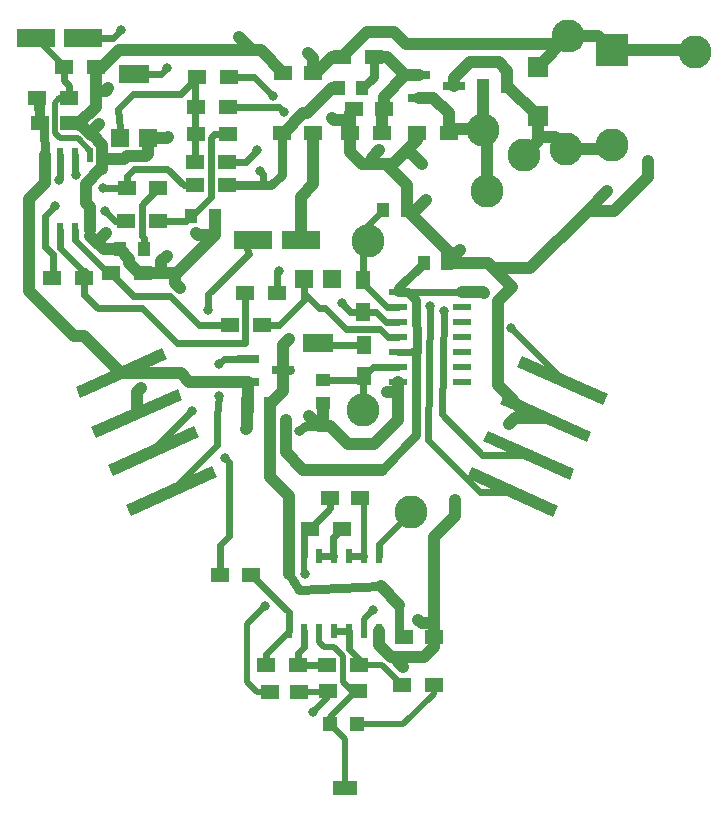
<source format=gbr>
G04 #@! TF.GenerationSoftware,KiCad,Pcbnew,no-vcs-found*
G04 #@! TF.CreationDate,2018-07-24T12:14:50+02:00*
G04 #@! TF.ProjectId,mycelium_pcb_radio,6D7963656C69756D5F7063625F726164,rev?*
G04 #@! TF.SameCoordinates,Original
G04 #@! TF.FileFunction,Copper,L1,Top,Signal*
G04 #@! TF.FilePolarity,Positive*
%FSLAX46Y46*%
G04 Gerber Fmt 4.6, Leading zero omitted, Abs format (unit mm)*
G04 Created by KiCad (PCBNEW no-vcs-found) date Tue Jul 24 12:14:50 2018*
%MOMM*%
%LPD*%
G01*
G04 APERTURE LIST*
%ADD10R,1.000000X1.250000*%
%ADD11C,2.800000*%
%ADD12R,2.600000X1.600000*%
%ADD13R,1.600000X1.600000*%
%ADD14R,2.800000X2.800000*%
%ADD15C,1.000000*%
%ADD16C,0.050000*%
%ADD17R,1.500000X1.250000*%
%ADD18R,1.500000X0.600000*%
%ADD19R,2.000000X1.300000*%
%ADD20R,1.300000X1.300000*%
%ADD21R,3.200000X1.500000*%
%ADD22R,1.800000X1.800000*%
%ADD23R,1.250000X1.000000*%
%ADD24R,1.500000X1.300000*%
%ADD25R,1.900000X0.800000*%
%ADD26R,1.300000X1.500000*%
%ADD27R,0.508000X1.143000*%
%ADD28C,0.800000*%
%ADD29C,1.000000*%
%ADD30C,0.800000*%
%ADD31C,0.600000*%
%ADD32C,0.550000*%
G04 APERTURE END LIST*
D10*
X224456500Y-75628500D03*
X222456500Y-75628500D03*
D11*
X260388100Y-45834300D03*
X232321100Y-76136500D03*
X232752900Y-61874400D03*
D12*
X228485700Y-70475000D03*
D13*
X227285700Y-65075000D03*
X229685700Y-65075000D03*
D12*
X212940900Y-47749300D03*
D13*
X214140900Y-53149300D03*
X211740900Y-53149300D03*
D11*
X249542300Y-54025800D03*
X249707400Y-44500800D03*
D14*
X253403100Y-45720000D03*
D11*
X253403100Y-53720000D03*
D15*
X249224800Y-73672700D03*
D16*
G36*
X252675614Y-75756419D02*
X245367250Y-72502526D01*
X245773986Y-71588981D01*
X253082350Y-74842874D01*
X252675614Y-75756419D01*
X252675614Y-75756419D01*
G37*
D17*
X204959900Y-51879500D03*
X207459900Y-51879500D03*
D18*
X240710700Y-66141600D03*
X240710700Y-67411600D03*
X240710700Y-68681600D03*
X240710700Y-69951600D03*
X240710700Y-71221600D03*
X240710700Y-72491600D03*
X240710700Y-73761600D03*
X235310700Y-73761600D03*
X235310700Y-72491600D03*
X235310700Y-71221600D03*
X235310700Y-69951600D03*
X235310700Y-68681600D03*
X235310700Y-67411600D03*
X235310700Y-66141600D03*
D19*
X230833600Y-108155900D03*
D20*
X229533600Y-102755900D03*
X231833600Y-102755900D03*
D17*
X225559300Y-47586900D03*
X228059300Y-47586900D03*
D21*
X208654400Y-44653200D03*
X204654400Y-44653200D03*
D17*
X234079100Y-50647600D03*
X231579100Y-50647600D03*
D22*
X247129300Y-47150200D03*
X247129300Y-51300200D03*
D10*
X242497100Y-48717200D03*
X244497100Y-48717200D03*
X237467900Y-63703200D03*
X239467900Y-63703200D03*
X236038900Y-59207400D03*
X234038900Y-59207400D03*
D23*
X228942900Y-75599800D03*
X228942900Y-73599800D03*
D10*
X211750400Y-62560200D03*
X213750400Y-62560200D03*
X217770200Y-59740800D03*
X219770200Y-59740800D03*
X230254300Y-48933100D03*
X232254300Y-48933100D03*
D21*
X223031300Y-61747400D03*
X227031300Y-61747400D03*
D17*
X229369300Y-99974400D03*
X231869300Y-99974400D03*
X224416300Y-100025200D03*
X226916300Y-100025200D03*
X238308200Y-95364300D03*
X235808200Y-95364300D03*
X229534400Y-83591400D03*
X232034400Y-83591400D03*
D11*
X245973600Y-54559200D03*
X242443000Y-52489100D03*
X242798600Y-57607200D03*
D15*
X211836000Y-73025000D03*
D16*
G36*
X215693550Y-71854826D02*
X208385186Y-75108719D01*
X207978450Y-74195174D01*
X215286814Y-70941281D01*
X215693550Y-71854826D01*
X215693550Y-71854826D01*
G37*
D15*
X213169500Y-76454000D03*
D16*
G36*
X217027050Y-75283826D02*
X209718686Y-78537719D01*
X209311950Y-77624174D01*
X216620314Y-74370281D01*
X217027050Y-75283826D01*
X217027050Y-75283826D01*
G37*
D15*
X214579200Y-79629000D03*
D16*
G36*
X218436750Y-78458826D02*
X211128386Y-81712719D01*
X210721650Y-80799174D01*
X218030014Y-77545281D01*
X218436750Y-78458826D01*
X218436750Y-78458826D01*
G37*
D15*
X246354600Y-79984600D03*
D16*
G36*
X249805414Y-82068319D02*
X242497050Y-78814426D01*
X242903786Y-77900881D01*
X250212150Y-81154774D01*
X249805414Y-82068319D01*
X249805414Y-82068319D01*
G37*
D11*
X236372400Y-84823300D03*
D15*
X216103200Y-83019900D03*
D16*
G36*
X219960750Y-81849726D02*
X212652386Y-85103619D01*
X212245650Y-84190074D01*
X219554014Y-80936181D01*
X219960750Y-81849726D01*
X219960750Y-81849726D01*
G37*
D15*
X247802400Y-76822300D03*
D16*
G36*
X251253214Y-78906019D02*
X243944850Y-75652126D01*
X244351586Y-74738581D01*
X251659950Y-77992474D01*
X251253214Y-78906019D01*
X251253214Y-78906019D01*
G37*
D15*
X244957600Y-83108800D03*
D16*
G36*
X248408414Y-85192519D02*
X241100050Y-81938626D01*
X241506786Y-81025081D01*
X248815150Y-84278974D01*
X248408414Y-85192519D01*
X248408414Y-85192519D01*
G37*
D24*
X220831400Y-55130700D03*
X218131400Y-55130700D03*
X220971100Y-47993300D03*
X218271100Y-47993300D03*
X218169500Y-52806600D03*
X220869500Y-52806600D03*
X220920300Y-50507900D03*
X218220300Y-50507900D03*
X225421200Y-52730400D03*
X228121200Y-52730400D03*
D25*
X240018700Y-48768000D03*
X237018700Y-49718000D03*
X237018700Y-47818000D03*
X222578800Y-71859100D03*
X222578800Y-73759100D03*
X225578800Y-72809100D03*
D24*
X204758300Y-49771300D03*
X207458300Y-49771300D03*
X207018900Y-47129700D03*
X209718900Y-47129700D03*
X218131400Y-57111900D03*
X220831400Y-57111900D03*
X230526600Y-46253400D03*
X233226600Y-46253400D03*
X231212400Y-52743100D03*
X233912400Y-52743100D03*
X239589300Y-52666900D03*
X236889300Y-52666900D03*
D26*
X232295700Y-67834500D03*
X232295700Y-65134500D03*
X232371900Y-73320900D03*
X232371900Y-70620900D03*
D24*
X222335100Y-66268600D03*
X225035100Y-66268600D03*
X223777800Y-68922900D03*
X221077800Y-68922900D03*
X210981300Y-64579500D03*
X213681300Y-64579500D03*
X208690200Y-64998600D03*
X205990200Y-64998600D03*
X215002100Y-57353200D03*
X212302100Y-57353200D03*
X212264000Y-60185300D03*
X214964000Y-60185300D03*
X220176100Y-90144600D03*
X222876100Y-90144600D03*
X224100400Y-97751900D03*
X226800400Y-97751900D03*
X231994700Y-97739200D03*
X229294700Y-97739200D03*
X238293900Y-99441000D03*
X235593900Y-99441000D03*
X230508800Y-86220300D03*
X227808800Y-86220300D03*
D27*
X205397100Y-54610000D03*
X206667100Y-54610000D03*
X207937100Y-54610000D03*
X209207100Y-54610000D03*
X209207100Y-60960000D03*
X207937100Y-60960000D03*
X206667100Y-60960000D03*
X205397100Y-60960000D03*
X226034600Y-94894400D03*
X227304600Y-94894400D03*
X228574600Y-94894400D03*
X229844600Y-94894400D03*
X231114600Y-94894400D03*
X232384600Y-94894400D03*
X233654600Y-94894400D03*
X233654600Y-88544400D03*
X232384600Y-88544400D03*
X229844600Y-88544400D03*
X228574600Y-88544400D03*
X227304600Y-88544400D03*
X226034600Y-88544400D03*
X231114600Y-88544400D03*
D28*
X256438400Y-55118000D03*
X253009400Y-57607200D03*
X237007400Y-93954600D03*
X210769200Y-48920400D03*
X237655100Y-58394600D03*
X235699300Y-97878900D03*
X240538000Y-62611000D03*
X234391200Y-74599800D03*
X227761800Y-76695300D03*
X218160600Y-61163200D03*
X215696800Y-63093600D03*
X210527900Y-61163200D03*
X215811100Y-53035200D03*
X209969100Y-51943000D03*
X221792800Y-44589700D03*
X229666800Y-51435000D03*
X233667300Y-54178200D03*
X237337600Y-55346600D03*
X226923600Y-77952600D03*
X240106200Y-83820000D03*
X244640100Y-77343000D03*
X216789000Y-65798700D03*
X213512400Y-74295000D03*
X226034600Y-70180200D03*
X227622100Y-45948600D03*
X215747600Y-47218600D03*
X211836000Y-43980100D03*
X225780600Y-77038200D03*
X222389700Y-77762100D03*
X244830600Y-69189600D03*
X242582700Y-66217800D03*
X223608900Y-55930800D03*
X206578200Y-56692800D03*
X220611700Y-80238600D03*
X219189300Y-67703700D03*
X233184700Y-93091000D03*
X228104700Y-101701600D03*
X227380800Y-90017600D03*
X224053400Y-92735400D03*
X217817700Y-76238100D03*
X223380300Y-54178200D03*
X225666300Y-50939700D03*
X239204500Y-67741800D03*
X220103700Y-74980800D03*
X220141800Y-72275700D03*
X224675700Y-49555400D03*
X238023400Y-67386200D03*
X207987900Y-56235600D03*
X210273900Y-57340500D03*
X225209100Y-64427100D03*
X230505000Y-67132200D03*
X206222600Y-58902600D03*
X210477100Y-59321700D03*
D29*
X251345700Y-59270900D02*
X253568200Y-59270900D01*
X256438400Y-56400700D02*
X256438400Y-55118000D01*
X253568200Y-59270900D02*
X256438400Y-56400700D01*
X243300250Y-64115950D02*
X246500650Y-64115950D01*
X246500650Y-64115950D02*
X251345700Y-59270900D01*
X251345700Y-59270900D02*
X253009400Y-57607200D01*
X238308200Y-94221300D02*
X237274100Y-94221300D01*
X237274100Y-94221300D02*
X237007400Y-93954600D01*
X238308200Y-95364300D02*
X238308200Y-95141100D01*
X209718900Y-49110900D02*
X210578700Y-49110900D01*
X210578700Y-49110900D02*
X210769200Y-48920400D01*
X236038900Y-59207400D02*
X236842300Y-59207400D01*
X236842300Y-59207400D02*
X237655100Y-58394600D01*
X235305600Y-97078800D02*
X235305600Y-97485200D01*
X235305600Y-97485200D02*
X235699300Y-97878900D01*
X238308200Y-95364300D02*
X238277400Y-95364300D01*
X236038900Y-59207400D02*
X236334300Y-59207400D01*
X239467900Y-62865000D02*
X240284000Y-62865000D01*
X240284000Y-62865000D02*
X240538000Y-62611000D01*
X235310700Y-74625200D02*
X234416600Y-74625200D01*
X234416600Y-74625200D02*
X234391200Y-74599800D01*
X228942900Y-77508100D02*
X228574600Y-77508100D01*
X228574600Y-77508100D02*
X227761800Y-76695300D01*
X219770200Y-61353700D02*
X218351100Y-61353700D01*
X218351100Y-61353700D02*
X218160600Y-61163200D01*
X215226900Y-64579500D02*
X215226900Y-63563500D01*
X215226900Y-63563500D02*
X215696800Y-63093600D01*
X209626200Y-61810900D02*
X209880200Y-61810900D01*
X209880200Y-61810900D02*
X210527900Y-61163200D01*
X214140900Y-53149300D02*
X215697000Y-53149300D01*
X215697000Y-53149300D02*
X215811100Y-53035200D01*
X209359500Y-52901850D02*
X209359500Y-52552600D01*
X209359500Y-52552600D02*
X209969100Y-51943000D01*
X213681300Y-64579500D02*
X213347300Y-64579500D01*
X213347300Y-64579500D02*
X212661500Y-63893700D01*
X212547200Y-63357000D02*
X211750400Y-62560200D01*
X212547200Y-63728600D02*
X212547200Y-63357000D01*
X212712300Y-63893700D02*
X212547200Y-63728600D01*
X212661500Y-63893700D02*
X212712300Y-63893700D01*
X210235800Y-54902100D02*
X212115400Y-54902100D01*
X214140900Y-54489500D02*
X214140900Y-53149300D01*
X213956900Y-54673500D02*
X214140900Y-54489500D01*
X212344000Y-54673500D02*
X213956900Y-54673500D01*
X212115400Y-54902100D02*
X212344000Y-54673500D01*
X209207100Y-60960000D02*
X209207100Y-58940700D01*
X210083400Y-55778400D02*
X210235800Y-55778400D01*
X208864200Y-56997600D02*
X210083400Y-55778400D01*
X208864200Y-58597800D02*
X208864200Y-56997600D01*
X209207100Y-58940700D02*
X208864200Y-58597800D01*
X209454750Y-52901850D02*
X209359500Y-52901850D01*
X209359500Y-52901850D02*
X209327750Y-52901850D01*
X209327750Y-52901850D02*
X208305400Y-51879500D01*
X207459900Y-51879500D02*
X208305400Y-51879500D01*
X209718900Y-50466000D02*
X209718900Y-49110900D01*
X208305400Y-51879500D02*
X209718900Y-50466000D01*
X222732600Y-45707300D02*
X222732600Y-45529500D01*
X222732600Y-45529500D02*
X221792800Y-44589700D01*
X231212400Y-51625500D02*
X229857300Y-51625500D01*
X229857300Y-51625500D02*
X229666800Y-51435000D01*
X233057700Y-55333900D02*
X233057700Y-54787800D01*
X233057700Y-54787800D02*
X233667300Y-54178200D01*
X235756450Y-54425850D02*
X236416850Y-54425850D01*
X236416850Y-54425850D02*
X237337600Y-55346600D01*
X228942900Y-77508100D02*
X229552500Y-77508100D01*
X235310700Y-77007700D02*
X235310700Y-74625200D01*
X235310700Y-74625200D02*
X235310700Y-73761600D01*
X233273600Y-79044800D02*
X235310700Y-77007700D01*
X231089200Y-79044800D02*
X233273600Y-79044800D01*
X229552500Y-77508100D02*
X231089200Y-79044800D01*
X209718900Y-47129700D02*
X210261200Y-47129700D01*
X210261200Y-47129700D02*
X211683600Y-45707300D01*
X223679700Y-45707300D02*
X225559300Y-47586900D01*
X211683600Y-45707300D02*
X222732600Y-45707300D01*
X222732600Y-45707300D02*
X223679700Y-45707300D01*
X236038900Y-59207400D02*
X236038900Y-57108600D01*
X236038900Y-57108600D02*
X234264200Y-55333900D01*
X232257600Y-55333900D02*
X233057700Y-55333900D01*
X233057700Y-55333900D02*
X234264200Y-55333900D01*
X232257600Y-55333900D02*
X231212400Y-54288700D01*
X231212400Y-54288700D02*
X231212400Y-52743100D01*
X234264200Y-55333900D02*
X234848400Y-55333900D01*
X234848400Y-55333900D02*
X235756450Y-54425850D01*
X235756450Y-54425850D02*
X236889300Y-53293000D01*
X236889300Y-53293000D02*
X236889300Y-52666900D01*
X231212400Y-52743100D02*
X231212400Y-51625500D01*
X231212400Y-51625500D02*
X231212400Y-51014300D01*
X231212400Y-51014300D02*
X231579100Y-50647600D01*
D30*
X228942900Y-77508100D02*
X227368100Y-77508100D01*
X227368100Y-77508100D02*
X226923600Y-77952600D01*
D29*
X239467900Y-63703200D02*
X239467900Y-62865000D01*
X239467900Y-62865000D02*
X239467900Y-62636400D01*
X239467900Y-62636400D02*
X236038900Y-59207400D01*
X228942900Y-77508100D02*
X228942900Y-75599800D01*
X238308200Y-95364300D02*
X238308200Y-94221300D01*
X238308200Y-94221300D02*
X238308200Y-86951500D01*
X238308200Y-86951500D02*
X240106200Y-85153500D01*
X240106200Y-85153500D02*
X240106200Y-83820000D01*
X245160800Y-76822300D02*
X247802400Y-76822300D01*
X244640100Y-77343000D02*
X245160800Y-76822300D01*
X233654600Y-94894400D02*
X233654600Y-96075500D01*
X233654600Y-96075500D02*
X234657900Y-97078800D01*
X234657900Y-97078800D02*
X235305600Y-97078800D01*
X235305600Y-97078800D02*
X237477300Y-97078800D01*
X237477300Y-97078800D02*
X238308200Y-96247900D01*
X238308200Y-96247900D02*
X238308200Y-95364300D01*
X247802400Y-76822300D02*
X246481600Y-76822300D01*
X243725700Y-66903600D02*
X244906800Y-65722500D01*
X243725700Y-74066400D02*
X243725700Y-66903600D01*
X246481600Y-76822300D02*
X243725700Y-74066400D01*
X239467900Y-63703200D02*
X242887500Y-63703200D01*
X242887500Y-63703200D02*
X243300250Y-64115950D01*
X243300250Y-64115950D02*
X244906800Y-65722500D01*
X216408000Y-64579500D02*
X216408000Y-65417700D01*
X216408000Y-65417700D02*
X216789000Y-65798700D01*
X213169500Y-74637900D02*
X213169500Y-76454000D01*
X213512400Y-74295000D02*
X213169500Y-74637900D01*
X213681300Y-64579500D02*
X215226900Y-64579500D01*
X215226900Y-64579500D02*
X216408000Y-64579500D01*
D31*
X216408000Y-64579500D02*
X216547700Y-64579500D01*
D29*
X219770200Y-61357000D02*
X219770200Y-61353700D01*
X219770200Y-61353700D02*
X219770200Y-59740800D01*
X216547700Y-64579500D02*
X219770200Y-61357000D01*
X209718900Y-47129700D02*
X209718900Y-49110900D01*
D31*
X213681300Y-64579500D02*
X213681300Y-64491100D01*
X209207100Y-60960000D02*
X209207100Y-61391800D01*
D29*
X209207100Y-61391800D02*
X209626200Y-61810900D01*
X209626200Y-61810900D02*
X210375500Y-62560200D01*
X210375500Y-62560200D02*
X211750400Y-62560200D01*
D31*
X211750400Y-62560200D02*
X211861400Y-62671200D01*
X207459900Y-51879500D02*
X209207100Y-52654200D01*
D29*
X209207100Y-52654200D02*
X209454750Y-52901850D01*
X209454750Y-52901850D02*
X210235800Y-53682900D01*
X210235800Y-53682900D02*
X210235800Y-54902100D01*
X210235800Y-54902100D02*
X210235800Y-55778400D01*
X226034600Y-88544400D02*
X226034600Y-83439000D01*
X226034600Y-83439000D02*
X224456500Y-81860900D01*
X224456500Y-81860900D02*
X224456500Y-75628500D01*
X224456500Y-75628500D02*
X224485200Y-75628500D01*
X224485200Y-75628500D02*
X225578800Y-74534900D01*
X225578800Y-74534900D02*
X225578800Y-72809100D01*
X253403100Y-45720000D02*
X260273800Y-45720000D01*
X260273800Y-45720000D02*
X260388100Y-45834300D01*
X225578800Y-70636000D02*
X226034600Y-70180200D01*
X225578800Y-72809100D02*
X225578800Y-70636000D01*
X228059300Y-46385800D02*
X228059300Y-47586900D01*
X227622100Y-45948600D02*
X228059300Y-46385800D01*
X228059300Y-47586900D02*
X228371400Y-47586900D01*
X228371400Y-47586900D02*
X229704900Y-46253400D01*
X229704900Y-46253400D02*
X230526600Y-46253400D01*
X249707400Y-44500800D02*
X252183900Y-44500800D01*
X252183900Y-44500800D02*
X253390400Y-45707300D01*
D30*
X247129300Y-47150200D02*
X247129300Y-47078900D01*
D29*
X247129300Y-47078900D02*
X249707400Y-44500800D01*
X250367800Y-45161200D02*
X235966000Y-45161200D01*
X232622100Y-44157900D02*
X230526600Y-46253400D01*
X234962700Y-44157900D02*
X232622100Y-44157900D01*
X235966000Y-45161200D02*
X234962700Y-44157900D01*
D30*
X226123500Y-72809100D02*
X225578800Y-72809100D01*
D31*
X208654400Y-44653200D02*
X211162900Y-44653200D01*
X215216900Y-47749300D02*
X212940900Y-47749300D01*
X215747600Y-47218600D02*
X215216900Y-47749300D01*
X211162900Y-44653200D02*
X211836000Y-43980100D01*
X207458300Y-49771300D02*
X207458300Y-48695600D01*
X207018900Y-48256200D02*
X207018900Y-47017700D01*
X207458300Y-48695600D02*
X207018900Y-48256200D01*
X207018900Y-47017700D02*
X204654400Y-44653200D01*
D32*
X209207100Y-54610000D02*
X209207100Y-54190900D01*
X209207100Y-54190900D02*
X208178400Y-53162200D01*
X208178400Y-53162200D02*
X206679800Y-53162200D01*
X206679800Y-53162200D02*
X206222600Y-52705000D01*
X206222600Y-52705000D02*
X206222600Y-50139600D01*
X206222600Y-50139600D02*
X206590900Y-49771300D01*
X206590900Y-49771300D02*
X207458300Y-49771300D01*
D31*
X207458300Y-49771300D02*
X207458300Y-49406800D01*
D29*
X233912400Y-52743100D02*
X233912400Y-50814300D01*
X233912400Y-50814300D02*
X234079100Y-50647600D01*
X234079100Y-50647600D02*
X234079100Y-49618500D01*
X234079100Y-49618500D02*
X235879600Y-47818000D01*
X237018700Y-47818000D02*
X235879600Y-47818000D01*
X235879600Y-47818000D02*
X234315000Y-46253400D01*
X234315000Y-46253400D02*
X233226600Y-46253400D01*
D30*
X233226600Y-46253400D02*
X233226600Y-47960800D01*
X233226600Y-47960800D02*
X232254300Y-48933100D01*
X233387900Y-46414700D02*
X233226600Y-46253400D01*
D29*
X244497100Y-48717200D02*
X244546300Y-48717200D01*
X244546300Y-48717200D02*
X247129300Y-51300200D01*
X249542300Y-54025800D02*
X253097300Y-54025800D01*
X253097300Y-54025800D02*
X253403100Y-53720000D01*
X247129300Y-53073300D02*
X248589800Y-53073300D01*
X248589800Y-53073300D02*
X249542300Y-54025800D01*
X247129300Y-51300200D02*
X247129300Y-53073300D01*
X247129300Y-53073300D02*
X247129300Y-53403500D01*
X247129300Y-53403500D02*
X245973600Y-54559200D01*
X240018700Y-48768000D02*
X240018700Y-48068100D01*
X240018700Y-48068100D02*
X241363500Y-46723300D01*
X241363500Y-46723300D02*
X243801900Y-46723300D01*
X243801900Y-46723300D02*
X244497100Y-47418500D01*
X244497100Y-47418500D02*
X244497100Y-48717200D01*
D30*
X244497100Y-48717200D02*
X244497100Y-48485300D01*
D29*
X242798600Y-57607200D02*
X242798600Y-52844700D01*
X242798600Y-52844700D02*
X242443000Y-52489100D01*
X242443000Y-52489100D02*
X242443000Y-48771300D01*
D30*
X242443000Y-48771300D02*
X242497100Y-48717200D01*
D29*
X239589300Y-52400200D02*
X239589300Y-51045100D01*
X239589300Y-51045100D02*
X238262200Y-49718000D01*
X238262200Y-49718000D02*
X237018700Y-49718000D01*
X239589300Y-52400200D02*
X242354100Y-52400200D01*
D30*
X242354100Y-52400200D02*
X242443000Y-52489100D01*
X239572800Y-52416700D02*
X239589300Y-52400200D01*
X242446300Y-48768000D02*
X242497100Y-48717200D01*
X236848944Y-71090132D02*
X236848944Y-78314256D01*
X236848944Y-78314256D02*
X233934000Y-81229200D01*
D29*
X233934000Y-81229200D02*
X227271002Y-81229200D01*
X227271002Y-81229200D02*
X225780600Y-79738798D01*
X225780600Y-79738798D02*
X225780600Y-77038200D01*
X222389700Y-77762100D02*
X222456500Y-77695300D01*
X222456500Y-77695300D02*
X222456500Y-75628500D01*
D30*
X204959900Y-51879500D02*
X204959900Y-49972900D01*
X204959900Y-49972900D02*
X204758300Y-49771300D01*
D29*
X222578800Y-73759100D02*
X217624700Y-73759100D01*
X216890600Y-73025000D02*
X211836000Y-73025000D01*
X217624700Y-73759100D02*
X216890600Y-73025000D01*
D30*
X235401800Y-95554800D02*
X235401800Y-92628400D01*
D29*
X226034600Y-90030300D02*
X226034600Y-88544400D01*
D30*
X226863032Y-91383792D02*
X226034600Y-90030300D01*
X233807000Y-91033600D02*
X226863032Y-91383792D01*
D29*
X235401800Y-92628400D02*
X233807000Y-91033600D01*
D31*
X249224800Y-73672700D02*
X249224800Y-73583800D01*
X249224800Y-73583800D02*
X244830600Y-69189600D01*
D29*
X242582700Y-66217800D02*
X242506500Y-66141600D01*
X242506500Y-66141600D02*
X240710700Y-66141600D01*
D31*
X249224800Y-73672700D02*
X249224800Y-73418700D01*
X240710700Y-66141600D02*
X235310700Y-66141600D01*
X235310700Y-66141600D02*
X235310700Y-65860400D01*
D30*
X235310700Y-65860400D02*
X237467900Y-63703200D01*
D31*
X235310700Y-71221600D02*
X236283500Y-71221600D01*
X236283500Y-71221600D02*
X236848944Y-71090132D01*
X236848944Y-71090132D02*
X236857588Y-71088122D01*
X236857588Y-71088122D02*
X236857588Y-71278622D01*
D30*
X236131100Y-66141600D02*
X235310700Y-66141600D01*
X236842300Y-66852800D02*
X236131100Y-66141600D01*
X236857588Y-71278622D02*
X236842300Y-66852800D01*
D29*
X222578800Y-76224000D02*
X222578800Y-73759100D01*
X205397100Y-54610000D02*
X205397100Y-56946800D01*
X208686400Y-69875400D02*
X211836000Y-73025000D01*
X207848200Y-69875400D02*
X208686400Y-69875400D01*
X204025500Y-66052700D02*
X207848200Y-69875400D01*
X204025500Y-58318400D02*
X204025500Y-66052700D01*
X205397100Y-56946800D02*
X204025500Y-58318400D01*
D30*
X205397100Y-54610000D02*
X205333600Y-52253200D01*
D31*
X205333600Y-52253200D02*
X204821800Y-51741400D01*
X204821800Y-51741400D02*
X204758300Y-49771300D01*
X232752900Y-61874400D02*
X232752900Y-60493400D01*
X232752900Y-60493400D02*
X234038900Y-59207400D01*
X232295700Y-65134500D02*
X232295700Y-62331600D01*
X232295700Y-62331600D02*
X232752900Y-61874400D01*
X235310700Y-67411600D02*
X234327700Y-67411600D01*
X234327700Y-67411600D02*
X232295700Y-65379600D01*
X232295700Y-65379600D02*
X232295700Y-65134500D01*
X228942900Y-73599800D02*
X232093000Y-73599800D01*
X232093000Y-73599800D02*
X232371900Y-73320900D01*
X232321100Y-76136500D02*
X232295700Y-73397100D01*
X232295700Y-73397100D02*
X233201200Y-72491600D01*
X233201200Y-72491600D02*
X235310700Y-72491600D01*
X213750400Y-62560200D02*
X213750400Y-61604400D01*
X213588600Y-58766700D02*
X215002100Y-57353200D01*
X213588600Y-61442600D02*
X213588600Y-58766700D01*
X213750400Y-61604400D02*
X213588600Y-61442600D01*
X217770200Y-59740800D02*
X217830400Y-59740800D01*
X217830400Y-59740800D02*
X219430600Y-58140600D01*
X219722700Y-52806600D02*
X220869500Y-52806600D01*
X219430600Y-53098700D02*
X219722700Y-52806600D01*
X219430600Y-58140600D02*
X219430600Y-53098700D01*
X214964000Y-60185300D02*
X217325700Y-60185300D01*
X217325700Y-60185300D02*
X217770200Y-59740800D01*
D29*
X225421200Y-52730400D02*
X225590100Y-52730400D01*
X225590100Y-52730400D02*
X227279200Y-51041300D01*
X227279200Y-51041300D02*
X227584000Y-51041300D01*
X227584000Y-51041300D02*
X229692200Y-48933100D01*
X229692200Y-48933100D02*
X230254300Y-48933100D01*
D30*
X223227900Y-57111900D02*
X224561400Y-57111900D01*
X224561400Y-57111900D02*
X225421200Y-56252100D01*
X225421200Y-56252100D02*
X225421200Y-53166000D01*
D31*
X206667100Y-54610000D02*
X206667100Y-56603900D01*
X223875600Y-56197500D02*
X223875600Y-57111900D01*
X223608900Y-55930800D02*
X223875600Y-56197500D01*
X206667100Y-56603900D02*
X206578200Y-56692800D01*
D30*
X220831400Y-57111900D02*
X223227900Y-57111900D01*
D31*
X223227900Y-57111900D02*
X223875600Y-57111900D01*
D29*
X227031300Y-61747400D02*
X227031300Y-58147200D01*
X228121200Y-57057300D02*
X228121200Y-52730400D01*
X227031300Y-58147200D02*
X228121200Y-57057300D01*
D31*
X220176100Y-87608400D02*
X220176100Y-90144600D01*
X220954600Y-86829900D02*
X220176100Y-87608400D01*
X220954600Y-80581500D02*
X220954600Y-86829900D01*
X220611700Y-80238600D02*
X220954600Y-80581500D01*
X222307400Y-62026800D02*
X222637600Y-62909200D01*
X219189300Y-66357500D02*
X219189300Y-67703700D01*
X222637600Y-62909200D02*
X219189300Y-66357500D01*
D32*
X229369300Y-99974400D02*
X229369300Y-100437000D01*
X229369300Y-100437000D02*
X228104700Y-101701600D01*
X232384600Y-93891100D02*
X232384600Y-94894400D01*
X233184700Y-93091000D02*
X232384600Y-93891100D01*
X226916300Y-100025200D02*
X229318500Y-100025200D01*
X229318500Y-100025200D02*
X229369300Y-99974400D01*
X231869300Y-99974400D02*
X231406700Y-99974400D01*
X231406700Y-99974400D02*
X230606600Y-99174300D01*
X228574600Y-95821500D02*
X228574600Y-94894400D01*
X228993700Y-96240600D02*
X228574600Y-95821500D01*
X229882700Y-96240600D02*
X228993700Y-96240600D01*
X230606600Y-96964500D02*
X229882700Y-96240600D01*
X230606600Y-99174300D02*
X230606600Y-96964500D01*
X231869300Y-99974400D02*
X231698800Y-99974400D01*
X231698800Y-99974400D02*
X229533600Y-102139600D01*
X229533600Y-102139600D02*
X229533600Y-102755900D01*
X230833600Y-108155900D02*
X230833600Y-104055900D01*
X230833600Y-104055900D02*
X229369300Y-102591600D01*
X229369300Y-99974400D02*
X229577900Y-99974400D01*
X224416300Y-100025200D02*
X223329500Y-100025200D01*
X227304600Y-89941400D02*
X227304600Y-88544400D01*
X227380800Y-90017600D02*
X227304600Y-89941400D01*
X222491300Y-94297500D02*
X224053400Y-92735400D01*
X222491300Y-99187000D02*
X222491300Y-94297500D01*
X223329500Y-100025200D02*
X222491300Y-99187000D01*
D31*
X227304600Y-88544400D02*
X227304600Y-86724500D01*
X227304600Y-86724500D02*
X229534400Y-84494700D01*
X229534400Y-84494700D02*
X229534400Y-83591400D01*
D32*
X232384600Y-88544400D02*
X232384600Y-83941600D01*
X232384600Y-83941600D02*
X232034400Y-83591400D01*
D31*
X231114600Y-88544400D02*
X232384600Y-88544400D01*
X220831400Y-55130700D02*
X222427800Y-55130700D01*
X217817700Y-76238100D02*
X214579200Y-79476600D01*
X222427800Y-55130700D02*
X223380300Y-54178200D01*
X214579200Y-79476600D02*
X214579200Y-79629000D01*
X246354600Y-79984600D02*
X242430300Y-79984600D01*
X225234500Y-50507900D02*
X220920300Y-50507900D01*
X225666300Y-50939700D02*
X225234500Y-50507900D01*
X238975900Y-76530200D02*
X239204500Y-67741800D01*
X242430300Y-79984600D02*
X238975900Y-76530200D01*
X233654600Y-88544400D02*
X233654600Y-87541100D01*
X233654600Y-87541100D02*
X236372400Y-84823300D01*
X222578800Y-71859100D02*
X220558400Y-71859100D01*
X219989400Y-79133700D02*
X216103200Y-83019900D01*
X219989400Y-76695300D02*
X219989400Y-79133700D01*
X220103700Y-74980800D02*
X219989400Y-76695300D01*
X220558400Y-71859100D02*
X220141800Y-72275700D01*
X244957600Y-83108800D02*
X242201700Y-83108800D01*
X223113600Y-47993300D02*
X220971100Y-47993300D01*
X224675700Y-49555400D02*
X223113600Y-47993300D01*
X237820200Y-78727300D02*
X238023400Y-67386200D01*
X242201700Y-83108800D02*
X237820200Y-78727300D01*
D32*
X218220300Y-50507900D02*
X218220300Y-48044100D01*
X218220300Y-48044100D02*
X218271100Y-47993300D01*
X218169500Y-52806600D02*
X218169500Y-50558700D01*
X218169500Y-50558700D02*
X218220300Y-50507900D01*
D31*
X211840900Y-53149300D02*
X211536100Y-50668100D01*
X216886800Y-49377600D02*
X218271100Y-47993300D01*
X212826600Y-49377600D02*
X216886800Y-49377600D01*
X211536100Y-50668100D02*
X212826600Y-49377600D01*
X218131400Y-55130700D02*
X218131400Y-48133000D01*
X218131400Y-48133000D02*
X218271100Y-47993300D01*
X218131400Y-57111900D02*
X217131900Y-57111900D01*
X212302100Y-56379100D02*
X212302100Y-57353200D01*
X212953600Y-55727600D02*
X212302100Y-56379100D01*
X215747600Y-55727600D02*
X212953600Y-55727600D01*
X217131900Y-57111900D02*
X215747600Y-55727600D01*
X212302100Y-57353200D02*
X210286600Y-57353200D01*
X207937100Y-56184800D02*
X207937100Y-54610000D01*
X207987900Y-56235600D02*
X207937100Y-56184800D01*
X210286600Y-57353200D02*
X210273900Y-57340500D01*
X232295700Y-67834500D02*
X231207300Y-67834500D01*
X225035100Y-64601100D02*
X225035100Y-66268600D01*
X225209100Y-64427100D02*
X225035100Y-64601100D01*
X231207300Y-67834500D02*
X230505000Y-67132200D01*
X235310700Y-68681600D02*
X234276900Y-68681600D01*
X233429800Y-67834500D02*
X232295700Y-67834500D01*
X234276900Y-68681600D02*
X233429800Y-67834500D01*
X232371900Y-70620900D02*
X228631600Y-70620900D01*
X228631600Y-70620900D02*
X228485700Y-70475000D01*
X222335100Y-66268600D02*
X222335100Y-70476100D01*
X208690200Y-66386700D02*
X208690200Y-64998600D01*
X209867500Y-67564000D02*
X208690200Y-66386700D01*
X213626700Y-67564000D02*
X209867500Y-67564000D01*
X216585800Y-70523100D02*
X213626700Y-67564000D01*
X222288100Y-70523100D02*
X216585800Y-70523100D01*
X222335100Y-70476100D02*
X222288100Y-70523100D01*
X208753700Y-64363600D02*
X208610200Y-64363600D01*
X208610200Y-64363600D02*
X206667100Y-62420500D01*
X206667100Y-62420500D02*
X206667100Y-60960000D01*
X223777800Y-68922900D02*
X225247200Y-68922900D01*
X227285700Y-66884400D02*
X227285700Y-65075000D01*
X225247200Y-68922900D02*
X227285700Y-66884400D01*
X235310700Y-69951600D02*
X234415526Y-69951600D01*
X227285700Y-66275100D02*
X227285700Y-65075000D01*
X228561900Y-67551300D02*
X227285700Y-66275100D01*
X229133400Y-67551300D02*
X228561900Y-67551300D01*
X230847900Y-69265800D02*
X229133400Y-67551300D01*
X233729726Y-69265800D02*
X230847900Y-69265800D01*
X234415526Y-69951600D02*
X233729726Y-69265800D01*
X221077800Y-68922900D02*
X218427300Y-68922900D01*
X212873600Y-66471800D02*
X210981300Y-64579500D01*
X215976200Y-66471800D02*
X212873600Y-66471800D01*
X218427300Y-68922900D02*
X215976200Y-66471800D01*
X210981300Y-64579500D02*
X210731100Y-64579500D01*
X210731100Y-64579500D02*
X207937100Y-61785500D01*
X207937100Y-61785500D02*
X207937100Y-60960000D01*
X212264000Y-60185300D02*
X211340700Y-60185300D01*
X205397100Y-59728100D02*
X205397100Y-60960000D01*
X206222600Y-58902600D02*
X205397100Y-59728100D01*
X211340700Y-60185300D02*
X210477100Y-59321700D01*
X206053700Y-64363600D02*
X206053700Y-62988200D01*
X205397100Y-62331600D02*
X205397100Y-60960000D01*
X206053700Y-62988200D02*
X205397100Y-62331600D01*
X224100400Y-97751900D02*
X224100400Y-96828600D01*
X224100400Y-96828600D02*
X226034600Y-94894400D01*
X226034600Y-94894400D02*
X226034600Y-93303100D01*
X226034600Y-93303100D02*
X222876100Y-90144600D01*
X226800400Y-97751900D02*
X229282000Y-97751900D01*
X229282000Y-97751900D02*
X229294700Y-97739200D01*
X226800400Y-97751900D02*
X226800400Y-96744800D01*
X227304600Y-96240600D02*
X227304600Y-94894400D01*
X226800400Y-96744800D02*
X227304600Y-96240600D01*
D32*
X231994700Y-97739200D02*
X233892100Y-97739200D01*
X233892100Y-97739200D02*
X235593900Y-99441000D01*
D31*
X231994700Y-97739200D02*
X231994700Y-97235000D01*
X231994700Y-97235000D02*
X231114600Y-96354900D01*
X231114600Y-96354900D02*
X231114600Y-94894400D01*
X229844600Y-94894400D02*
X231114600Y-94894400D01*
D32*
X231833600Y-102755900D02*
X235737200Y-102755900D01*
X238293900Y-100199200D02*
X238293900Y-99441000D01*
X235737200Y-102755900D02*
X238293900Y-100199200D01*
D31*
X228574600Y-88544400D02*
X229844600Y-88544400D01*
X229844600Y-88544400D02*
X229781100Y-88480900D01*
X229781100Y-88480900D02*
X229781100Y-86948000D01*
X229781100Y-86948000D02*
X230508800Y-86220300D01*
M02*

</source>
